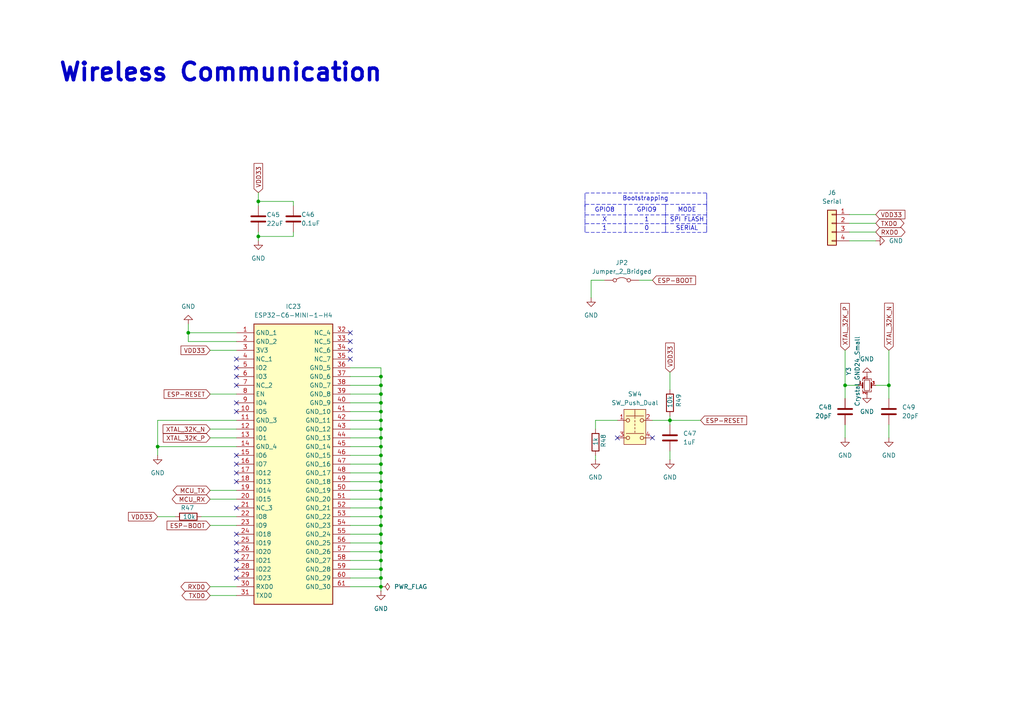
<source format=kicad_sch>
(kicad_sch (version 20231120) (generator "eeschema") (generator_version "8.0")
  (paper "A4")
  (lib_symbols
    (symbol "Connector_Generic:Conn_01x04" (pin_names (offset 1.016) hide)
      (property "Reference" "J" (at 0 5.08 0))
      (property "Value" "Conn_01x04" (at 0 -7.62 0))
      (symbol "Conn_01x04_1_1"
        (rectangle (start -1.27 -4.953) (end 0 -5.207) (stroke (width 0.1524)))
        (rectangle (start -1.27 -2.413) (end 0 -2.667) (stroke (width 0.1524)))
        (rectangle (start -1.27 0.127) (end 0 -0.127) (stroke (width 0.1524)))
        (rectangle (start -1.27 2.667) (end 0 2.413) (stroke (width 0.1524)))
        (rectangle (start -1.27 3.81) (end 1.27 -6.35) (stroke (width 0.254)) (fill (type background)))
        (pin passive line (at -5.08 2.54 0) (length 3.81) (name "Pin_1") (number "1"))
        (pin passive line (at -5.08 0 0) (length 3.81) (name "Pin_2") (number "2"))
        (pin passive line (at -5.08 -2.54 0) (length 3.81) (name "Pin_3") (number "3"))
        (pin passive line (at -5.08 -5.08 0) (length 3.81) (name "Pin_4") (number "4"))
      )
    )
    (symbol "Device:C" (pin_numbers hide) (pin_names (offset 0.254))
      (property "Reference" "C" (at 0.635 2.54 0))
      (property "Value" "C" (at 0.635 -2.54 0))
      (symbol "C_0_1"
        (polyline (pts (xy -2.032 -0.762) (xy 2.032 -0.762)) (stroke (width 0.508)))
        (polyline (pts (xy -2.032 0.762) (xy 2.032 0.762)) (stroke (width 0.508)))
      )
      (symbol "C_1_1"
        (pin passive line (at 0 3.81 270) (length 2.794) (name "~") (number "1"))
        (pin passive line (at 0 -3.81 90) (length 2.794) (name "~") (number "2"))
      )
    )
    (symbol "Device:Crystal_GND24_Small" (pin_names (offset 1.016) hide)
      (property "Reference" "Y" (at 1.27 4.445 0))
      (property "Value" "Crystal_GND24_Small" (at 1.27 2.54 0))
      (symbol "Crystal_GND24_Small_0_1"
        (rectangle (start -0.762 -1.524) (end 0.762 1.524))
        (polyline (pts (xy -1.27 -0.762) (xy -1.27 0.762)) (stroke (width 0.381)))
        (polyline (pts (xy 1.27 -0.762) (xy 1.27 0.762)) (stroke (width 0.381)))
        (polyline (pts (xy -1.27 -1.27) (xy -1.27 -1.905) (xy 1.27 -1.905) (xy 1.27 -1.27)))
        (polyline (pts (xy -1.27 1.27) (xy -1.27 1.905) (xy 1.27 1.905) (xy 1.27 1.27)))
      )
      (symbol "Crystal_GND24_Small_1_1"
        (pin passive line (at -2.54 0 0) (length 1.27) (name "1") (number "1"))
        (pin passive line (at 0 -2.54 90) (length 0.635) (name "2") (number "2"))
        (pin passive line (at 2.54 0 180) (length 1.27) (name "3") (number "3"))
        (pin passive line (at 0 2.54 270) (length 0.635) (name "4") (number "4"))
      )
    )
    (symbol "Device:R" (pin_numbers hide) (pin_names (offset 0))
      (property "Reference" "R" (at 2.032 0 90))
      (property "Value" "R" (at 0 0 90))
      (symbol "R_0_1"
        (rectangle (start -1.016 -2.54) (end 1.016 2.54) (stroke (width 0.254)))
      )
      (symbol "R_1_1"
        (pin passive line (at 0 3.81 270) (length 1.27) (name "~") (number "1"))
        (pin passive line (at 0 -3.81 90) (length 1.27) (name "~") (number "2"))
      )
    )
    (symbol "ESP32-C6-MINI-1-H4:ESP32-C6-MINI-1-H4"
      (property "Reference" "IC" (at 29.21 7.62 0))
      (property "Value" "ESP32-C6-MINI-1-H4" (at 29.21 5.08 0))
      (symbol "ESP32-C6-MINI-1-H4_1_1"
        (rectangle (start 5.08 2.54) (end 27.94 -78.74) (stroke (width 0.254)) (fill (type background)))
        (pin passive line (at 0 0 0) (length 5.08) (name "GND_1") (number "1"))
        (pin passive line (at 0 -22.86 0) (length 5.08) (name "IO5") (number "10"))
        (pin passive line (at 0 -25.4 0) (length 5.08) (name "GND_3") (number "11"))
        (pin passive line (at 0 -27.94 0) (length 5.08) (name "IO0") (number "12"))
        (pin passive line (at 0 -30.48 0) (length 5.08) (name "IO1") (number "13"))
        (pin passive line (at 0 -33.02 0) (length 5.08) (name "GND_4") (number "14"))
        (pin passive line (at 0 -35.56 0) (length 5.08) (name "IO6") (number "15"))
        (pin passive line (at 0 -38.1 0) (length 5.08) (name "IO7") (number "16"))
        (pin passive line (at 0 -40.64 0) (length 5.08) (name "IO12") (number "17"))
        (pin passive line (at 0 -43.18 0) (length 5.08) (name "IO13") (number "18"))
        (pin passive line (at 0 -45.72 0) (length 5.08) (name "IO14") (number "19"))
        (pin passive line (at 0 -2.54 0) (length 5.08) (name "GND_2") (number "2"))
        (pin passive line (at 0 -48.26 0) (length 5.08) (name "IO15") (number "20"))
        (pin passive line (at 0 -50.8 0) (length 5.08) (name "NC_3") (number "21"))
        (pin passive line (at 0 -53.34 0) (length 5.08) (name "IO8") (number "22"))
        (pin passive line (at 0 -55.88 0) (length 5.08) (name "IO9") (number "23"))
        (pin passive line (at 0 -58.42 0) (length 5.08) (name "IO18") (number "24"))
        (pin passive line (at 0 -60.96 0) (length 5.08) (name "IO19") (number "25"))
        (pin passive line (at 0 -63.5 0) (length 5.08) (name "IO20") (number "26"))
        (pin passive line (at 0 -66.04 0) (length 5.08) (name "IO21") (number "27"))
        (pin passive line (at 0 -68.58 0) (length 5.08) (name "IO22") (number "28"))
        (pin passive line (at 0 -71.12 0) (length 5.08) (name "IO23") (number "29"))
        (pin passive line (at 0 -5.08 0) (length 5.08) (name "3V3") (number "3"))
        (pin passive line (at 0 -73.66 0) (length 5.08) (name "RXD0") (number "30"))
        (pin passive line (at 0 -76.2 0) (length 5.08) (name "TXD0") (number "31"))
        (pin passive line (at 33.02 0 180) (length 5.08) (name "NC_4") (number "32"))
        (pin passive line (at 33.02 -2.54 180) (length 5.08) (name "NC_5") (number "33"))
        (pin passive line (at 33.02 -5.08 180) (length 5.08) (name "NC_6") (number "34"))
        (pin passive line (at 33.02 -7.62 180) (length 5.08) (name "NC_7") (number "35"))
        (pin passive line (at 33.02 -10.16 180) (length 5.08) (name "GND_5") (number "36"))
        (pin passive line (at 33.02 -12.7 180) (length 5.08) (name "GND_6") (number "37"))
        (pin passive line (at 33.02 -15.24 180) (length 5.08) (name "GND_7") (number "38"))
        (pin passive line (at 33.02 -17.78 180) (length 5.08) (name "GND_8") (number "39"))
        (pin passive line (at 0 -7.62 0) (length 5.08) (name "NC_1") (number "4"))
        (pin passive line (at 33.02 -20.32 180) (length 5.08) (name "GND_9") (number "40"))
        (pin passive line (at 33.02 -22.86 180) (length 5.08) (name "GND_10") (number "41"))
        (pin passive line (at 33.02 -25.4 180) (length 5.08) (name "GND_11") (number "42"))
        (pin passive line (at 33.02 -27.94 180) (length 5.08) (name "GND_12") (number "43"))
        (pin passive line (at 33.02 -30.48 180) (length 5.08) (name "GND_13") (number "44"))
        (pin passive line (at 33.02 -33.02 180) (length 5.08) (name "GND_14") (number "45"))
        (pin passive line (at 33.02 -35.56 180) (length 5.08) (name "GND_15") (number "46"))
        (pin passive line (at 33.02 -38.1 180) (length 5.08) (name "GND_16") (number "47"))
        (pin passive line (at 33.02 -40.64 180) (length 5.08) (name "GND_17") (number "48"))
        (pin passive line (at 33.02 -43.18 180) (length 5.08) (name "GND_18") (number "49"))
        (pin passive line (at 0 -10.16 0) (length 5.08) (name "IO2") (number "5"))
        (pin passive line (at 33.02 -45.72 180) (length 5.08) (name "GND_19") (number "50"))
        (pin passive line (at 33.02 -48.26 180) (length 5.08) (name "GND_20") (number "51"))
        (pin passive line (at 33.02 -50.8 180) (length 5.08) (name "GND_21") (number "52"))
        (pin passive line (at 33.02 -53.34 180) (length 5.08) (name "GND_22") (number "53"))
        (pin passive line (at 33.02 -55.88 180) (length 5.08) (name "GND_23") (number "54"))
        (pin passive line (at 33.02 -58.42 180) (length 5.08) (name "GND_24") (number "55"))
        (pin passive line (at 33.02 -60.96 180) (length 5.08) (name "GND_25") (number "56"))
        (pin passive line (at 33.02 -63.5 180) (length 5.08) (name "GND_26") (number "57"))
        (pin passive line (at 33.02 -66.04 180) (length 5.08) (name "GND_27") (number "58"))
        (pin passive line (at 33.02 -68.58 180) (length 5.08) (name "GND_28") (number "59"))
        (pin passive line (at 0 -12.7 0) (length 5.08) (name "IO3") (number "6"))
        (pin passive line (at 33.02 -71.12 180) (length 5.08) (name "GND_29") (number "60"))
        (pin passive line (at 33.02 -73.66 180) (length 5.08) (name "GND_30") (number "61"))
        (pin passive line (at 0 -15.24 0) (length 5.08) (name "NC_2") (number "7"))
        (pin passive line (at 0 -17.78 0) (length 5.08) (name "EN") (number "8"))
        (pin passive line (at 0 -20.32 0) (length 5.08) (name "IO4") (number "9"))
      )
    )
    (symbol "Jumper:Jumper_2_Bridged" (pin_numbers hide) (pin_names (offset 0) hide) (exclude_from_sim yes)
      (property "Reference" "JP" (at 0 1.905 0))
      (property "Value" "Jumper_2_Bridged" (at 0 -2.54 0))
      (symbol "Jumper_2_Bridged_0_0"
        (circle (center -2.032 0) (radius 0.508))
        (circle (center 2.032 0) (radius 0.508))
      )
      (symbol "Jumper_2_Bridged_0_1"
        (arc (start 1.524 0.254) (mid 0 0.762) (end -1.524 0.254))
      )
      (symbol "Jumper_2_Bridged_1_1"
        (pin passive line (at -5.08 0 0) (length 2.54) (name "A") (number "1"))
        (pin passive line (at 5.08 0 180) (length 2.54) (name "B") (number "2"))
      )
    )
    (symbol "Switch:SW_Push_Dual" (pin_names (offset 1.016) hide)
      (property "Reference" "SW" (at 0 7.62 0))
      (property "Value" "SW_Push_Dual" (at 0 -6.35 0))
      (symbol "SW_Push_Dual_0_1"
        (circle (center -2.032 -2.54) (radius 0.508))
        (circle (center -2.032 2.54) (radius 0.508))
        (polyline (pts (xy 0 -0.508) (xy 0 -1.016)))
        (polyline (pts (xy 0 0.508) (xy 0 0)))
        (polyline (pts (xy 0 1.016) (xy 0 1.524)))
        (polyline (pts (xy 0 2.032) (xy 0 2.54)))
        (polyline (pts (xy 0 3.048) (xy 0 3.556)))
        (polyline (pts (xy 0 3.81) (xy 0 5.588)))
        (polyline (pts (xy 2.54 -1.27) (xy -2.54 -1.27)))
        (polyline (pts (xy 2.54 3.81) (xy -2.54 3.81)))
        (circle (center 2.032 -2.54) (radius 0.508))
        (circle (center 2.032 2.54) (radius 0.508))
        (pin passive line (at -5.08 2.54 0) (length 2.54) (name "1") (number "1"))
        (pin passive line (at 5.08 2.54 180) (length 2.54) (name "2") (number "2"))
        (pin passive line (at -5.08 -2.54 0) (length 2.54) (name "3") (number "3"))
        (pin passive line (at 5.08 -2.54 180) (length 2.54) (name "4") (number "4"))
      )
      (symbol "SW_Push_Dual_1_1"
        (rectangle (start -3.175 5.715) (end 3.175 -4.445) (fill (type background)))
      )
    )
    (symbol "power:GND" (power) (pin_numbers hide) (pin_names (offset 0) hide)
      (property "Value" "GND" (at 0 -3.81 0))
      (symbol "GND_0_1"
        (polyline (pts (xy 0 0) (xy 0 -1.27) (xy 1.27 -1.27) (xy 0 -2.54) (xy -1.27 -1.27) (xy 0 -1.27)))
      )
      (symbol "GND_1_1"
        (pin power_in line (at 0 0 270) (length 0) (name "~") (number "1"))
      )
    )
    (symbol "power:PWR_FLAG" (power) (pin_numbers hide) (pin_names (offset 0) hide)
      (property "Value" "PWR_FLAG" (at 0 3.81 0))
      (symbol "PWR_FLAG_0_0"
        (pin power_out line (at 0 0 90) (length 0) (name "~") (number "1"))
      )
      (symbol "PWR_FLAG_0_1"
        (polyline (pts (xy 0 0) (xy 0 1.27) (xy -1.016 1.905) (xy 0 2.54) (xy 1.016 1.905) (xy 0 1.27)))
      )
    )
  )
  (junction (at 110.49 137.16))
  (junction (at 110.49 144.78))
  (junction (at 110.49 109.22))
  (junction (at 110.49 157.48))
  (junction (at 110.49 127))
  (junction (at 110.49 134.62))
  (junction (at 194.31 121.92))
  (junction (at 110.49 124.46))
  (junction (at 110.49 154.94))
  (junction (at 257.81 111.76))
  (junction (at 110.49 114.3))
  (junction (at 110.49 152.4))
  (junction (at 74.93 58.42))
  (junction (at 110.49 149.86))
  (junction (at 110.49 139.7))
  (junction (at 54.61 96.52))
  (junction (at 110.49 147.32))
  (junction (at 110.49 170.18))
  (junction (at 110.49 160.02))
  (junction (at 110.49 165.1))
  (junction (at 74.93 68.58))
  (junction (at 110.49 142.24))
  (junction (at 110.49 162.56))
  (junction (at 110.49 116.84))
  (junction (at 45.72 129.54))
  (junction (at 110.49 111.76))
  (junction (at 245.11 111.76))
  (junction (at 110.49 121.92))
  (junction (at 110.49 167.64))
  (junction (at 110.49 132.08))
  (junction (at 110.49 119.38))
  (junction (at 110.49 129.54))
  (no_connect (at 68.58 106.68))
  (no_connect (at 68.58 109.22))
  (no_connect (at 68.58 116.84))
  (no_connect (at 101.6 96.52))
  (no_connect (at 68.58 147.32))
  (no_connect (at 68.58 134.62))
  (no_connect (at 101.6 99.06))
  (no_connect (at 68.58 165.1))
  (no_connect (at 68.58 162.56))
  (no_connect (at 101.6 104.14))
  (no_connect (at 68.58 154.94))
  (no_connect (at 68.58 157.48))
  (no_connect (at 68.58 132.08))
  (no_connect (at 179.07 127))
  (no_connect (at 68.58 104.14))
  (no_connect (at 68.58 167.64))
  (no_connect (at 189.23 127))
  (no_connect (at 68.58 119.38))
  (no_connect (at 68.58 137.16))
  (no_connect (at 68.58 139.7))
  (no_connect (at 68.58 160.02))
  (no_connect (at 101.6 101.6))
  (no_connect (at 68.58 111.76))
  (wire (pts (xy 189.23 121.92) (xy 194.31 121.92)))
  (wire (pts (xy 257.81 123.19) (xy 257.81 127)))
  (wire (pts (xy 110.49 149.86) (xy 110.49 152.4)))
  (wire (pts (xy 194.31 121.92) (xy 203.2 121.92)))
  (wire (pts (xy 45.72 149.86) (xy 50.8 149.86)))
  (wire (pts (xy 74.93 67.31) (xy 74.93 68.58)))
  (wire (pts (xy 245.11 101.6) (xy 245.11 111.76)))
  (wire (pts (xy 101.6 119.38) (xy 110.49 119.38)))
  (wire (pts (xy 85.09 59.69) (xy 85.09 58.42)))
  (wire (pts (xy 45.72 129.54) (xy 68.58 129.54)))
  (wire (pts (xy 110.49 129.54) (xy 110.49 132.08)))
  (wire (pts (xy 54.61 93.98) (xy 54.61 96.52)))
  (wire (pts (xy 171.45 81.28) (xy 175.26 81.28)))
  (wire (pts (xy 101.6 114.3) (xy 110.49 114.3)))
  (wire (pts (xy 110.49 134.62) (xy 110.49 137.16)))
  (wire (pts (xy 101.6 132.08) (xy 110.49 132.08)))
  (wire (pts (xy 45.72 132.08) (xy 45.72 129.54)))
  (wire (pts (xy 60.96 101.6) (xy 68.58 101.6)))
  (wire (pts (xy 194.31 121.92) (xy 194.31 123.19)))
  (wire (pts (xy 110.49 144.78) (xy 110.49 147.32)))
  (wire (pts (xy 101.6 152.4) (xy 110.49 152.4)))
  (wire (pts (xy 101.6 111.76) (xy 110.49 111.76)))
  (wire (pts (xy 68.58 96.52) (xy 54.61 96.52)))
  (wire (pts (xy 245.11 115.57) (xy 245.11 111.76)))
  (wire (pts (xy 60.96 152.4) (xy 68.58 152.4)))
  (wire (pts (xy 60.96 172.72) (xy 68.58 172.72)))
  (wire (pts (xy 110.49 116.84) (xy 110.49 119.38)))
  (wire (pts (xy 110.49 111.76) (xy 110.49 114.3)))
  (wire (pts (xy 246.38 62.23) (xy 254 62.23)))
  (wire (pts (xy 110.49 142.24) (xy 110.49 144.78)))
  (wire (pts (xy 101.6 157.48) (xy 110.49 157.48)))
  (wire (pts (xy 245.11 123.19) (xy 245.11 127)))
  (wire (pts (xy 85.09 67.31) (xy 85.09 68.58)))
  (wire (pts (xy 257.81 115.57) (xy 257.81 111.76)))
  (wire (pts (xy 110.49 106.68) (xy 110.49 109.22)))
  (wire (pts (xy 101.6 160.02) (xy 110.49 160.02)))
  (wire (pts (xy 110.49 119.38) (xy 110.49 121.92)))
  (wire (pts (xy 172.72 121.92) (xy 179.07 121.92)))
  (wire (pts (xy 68.58 99.06) (xy 54.61 99.06)))
  (wire (pts (xy 245.11 111.76) (xy 248.92 111.76)))
  (wire (pts (xy 110.49 160.02) (xy 110.49 162.56)))
  (wire (pts (xy 60.96 124.46) (xy 68.58 124.46)))
  (wire (pts (xy 110.49 114.3) (xy 110.49 116.84)))
  (wire (pts (xy 254 69.85) (xy 246.38 69.85)))
  (wire (pts (xy 101.6 124.46) (xy 110.49 124.46)))
  (wire (pts (xy 171.45 86.36) (xy 171.45 81.28)))
  (wire (pts (xy 194.31 120.65) (xy 194.31 121.92)))
  (wire (pts (xy 257.81 101.6) (xy 257.81 111.76)))
  (wire (pts (xy 110.49 127) (xy 110.49 129.54)))
  (wire (pts (xy 101.6 109.22) (xy 110.49 109.22)))
  (wire (pts (xy 110.49 137.16) (xy 110.49 139.7)))
  (wire (pts (xy 60.96 127) (xy 68.58 127)))
  (wire (pts (xy 185.42 81.28) (xy 189.23 81.28)))
  (wire (pts (xy 85.09 58.42) (xy 74.93 58.42)))
  (wire (pts (xy 101.6 144.78) (xy 110.49 144.78)))
  (wire (pts (xy 110.49 121.92) (xy 110.49 124.46)))
  (wire (pts (xy 101.6 142.24) (xy 110.49 142.24)))
  (wire (pts (xy 74.93 58.42) (xy 74.93 59.69)))
  (wire (pts (xy 110.49 162.56) (xy 110.49 165.1)))
  (wire (pts (xy 194.31 107.95) (xy 194.31 113.03)))
  (wire (pts (xy 101.6 129.54) (xy 110.49 129.54)))
  (wire (pts (xy 101.6 162.56) (xy 110.49 162.56)))
  (wire (pts (xy 110.49 139.7) (xy 110.49 142.24)))
  (wire (pts (xy 60.96 170.18) (xy 68.58 170.18)))
  (wire (pts (xy 110.49 124.46) (xy 110.49 127)))
  (wire (pts (xy 194.31 130.81) (xy 194.31 133.35)))
  (wire (pts (xy 101.6 139.7) (xy 110.49 139.7)))
  (wire (pts (xy 54.61 96.52) (xy 54.61 99.06)))
  (wire (pts (xy 45.72 121.92) (xy 45.72 129.54)))
  (wire (pts (xy 254 111.76) (xy 257.81 111.76)))
  (wire (pts (xy 60.96 142.24) (xy 68.58 142.24)))
  (wire (pts (xy 101.6 106.68) (xy 110.49 106.68)))
  (wire (pts (xy 101.6 170.18) (xy 110.49 170.18)))
  (wire (pts (xy 60.96 114.3) (xy 68.58 114.3)))
  (wire (pts (xy 101.6 134.62) (xy 110.49 134.62)))
  (wire (pts (xy 246.38 67.31) (xy 254 67.31)))
  (wire (pts (xy 172.72 132.08) (xy 172.72 133.35)))
  (wire (pts (xy 110.49 109.22) (xy 110.49 111.76)))
  (wire (pts (xy 101.6 116.84) (xy 110.49 116.84)))
  (wire (pts (xy 85.09 68.58) (xy 74.93 68.58)))
  (wire (pts (xy 110.49 171.45) (xy 110.49 170.18)))
  (wire (pts (xy 101.6 154.94) (xy 110.49 154.94)))
  (wire (pts (xy 101.6 127) (xy 110.49 127)))
  (wire (pts (xy 74.93 68.58) (xy 74.93 69.85)))
  (wire (pts (xy 110.49 147.32) (xy 110.49 149.86)))
  (wire (pts (xy 60.96 144.78) (xy 68.58 144.78)))
  (wire (pts (xy 246.38 64.77) (xy 254 64.77)))
  (wire (pts (xy 101.6 149.86) (xy 110.49 149.86)))
  (wire (pts (xy 110.49 132.08) (xy 110.49 134.62)))
  (wire (pts (xy 74.93 55.88) (xy 74.93 58.42)))
  (wire (pts (xy 110.49 167.64) (xy 110.49 170.18)))
  (wire (pts (xy 101.6 167.64) (xy 110.49 167.64)))
  (wire (pts (xy 101.6 137.16) (xy 110.49 137.16)))
  (wire (pts (xy 172.72 124.46) (xy 172.72 121.92)))
  (wire (pts (xy 110.49 157.48) (xy 110.49 160.02)))
  (wire (pts (xy 101.6 165.1) (xy 110.49 165.1)))
  (wire (pts (xy 110.49 165.1) (xy 110.49 167.64)))
  (wire (pts (xy 101.6 147.32) (xy 110.49 147.32)))
  (wire (pts (xy 68.58 121.92) (xy 45.72 121.92)))
  (wire (pts (xy 58.42 149.86) (xy 68.58 149.86)))
  (wire (pts (xy 110.49 154.94) (xy 110.49 157.48)))
  (wire (pts (xy 101.6 121.92) (xy 110.49 121.92)))
  (wire (pts (xy 110.49 152.4) (xy 110.49 154.94)))
  (text "\n\n     1          \n     " (at 189.992 62.738 0) (effects (font (size 1.27 1.27))))
  (text "--------\n" (at 198.882 67.564 0) (effects (font (size 1.27 1.27))))
  (text "\n|\n|\n|\n|" (at 193.04 62.484 0) (effects (font (size 1.27 1.27))))
  (text "\n\n     MODE          \n     " (at 201.676 59.944 0) (effects (font (size 1.27 1.27))))
  (text "--------\n" (at 198.882 59.436 0) (effects (font (size 1.27 1.27))))
  (text "\n\n     SERIAL          \n     " (at 201.676 65.278 0) (effects (font (size 1.27 1.27))))
  (text "\n|\n|\n|\n|" (at 181.356 62.484 0) (effects (font (size 1.27 1.27))))
  (text "---------------\n" (at 181.356 56.134 0) (effects (font (size 1.27 1.27))))
  (text "\n\n     0          \n     " (at 189.992 65.278 0) (effects (font (size 1.27 1.27))))
  (text "Wireless Communication\n" (at 64.008 21.082 0) (effects (font (size 5.08 5.08) (thickness 1.016) (bold yes))))
  (text "\n|\n|\n|\n|" (at 204.978 62.484 0) (effects (font (size 1.27 1.27))))
  (text "\n\n     X          \n     " (at 177.8 62.738 0) (effects (font (size 1.27 1.27))))
  (text "\n|\n|" (at 204.978 57.15 0) (effects (font (size 1.27 1.27))))
  (text "--------\n" (at 198.882 65.024 0) (effects (font (size 1.27 1.27))))
  (text "\n\n     GPIO8          \n     " (at 177.8 59.944 0) (effects (font (size 1.27 1.27))))
  (text "---------------\n" (at 181.356 62.484 0) (effects (font (size 1.27 1.27))))
  (text "\n\n     GPIO9          \n     " (at 189.992 59.944 0) (effects (font (size 1.27 1.27))))
  (text "\n\n     1          \n     " (at 177.8 65.278 0) (effects (font (size 1.27 1.27))))
  (text "--------\n" (at 198.882 56.134 0) (effects (font (size 1.27 1.27))))
  (text "Bootstrapping" (at 187.198 57.658 0) (effects (font (size 1.27 1.27))))
  (text "---------------\n" (at 181.356 65.024 0) (effects (font (size 1.27 1.27))))
  (text "---------------\n" (at 181.356 59.436 0) (effects (font (size 1.27 1.27))))
  (text "\n|\n|" (at 169.672 57.15 0) (effects (font (size 1.27 1.27))))
  (text "\n|\n|\n|\n|" (at 169.672 62.484 0) (effects (font (size 1.27 1.27))))
  (text "---------------\n" (at 181.356 67.564 0) (effects (font (size 1.27 1.27))))
  (text "--------\n" (at 198.882 62.484 0) (effects (font (size 1.27 1.27))))
  (text "\n\n     SPI FLASH          \n     " (at 201.676 62.738 0) (effects (font (size 1.27 1.27))))
  (global_label "VDD33" (shape input) (at 45.72 149.86 180) (property "Intersheetrefs" "${INTERSHEET_REFS}" (effects (hide yes))))
  (global_label "VDD33" (shape input) (at 74.93 55.88 90) (property "Intersheetrefs" "${INTERSHEET_REFS}" (effects (hide yes))))
  (global_label "TXD0" (shape bidirectional) (at 254 64.77 0) (property "Intersheetrefs" "${INTERSHEET_REFS}" (effects (hide yes))))
  (global_label "TXD0" (shape bidirectional) (at 60.96 172.72 180) (property "Intersheetrefs" "${INTERSHEET_REFS}" (effects (hide yes))))
  (global_label "XTAL_32K_N" (shape input) (at 257.81 101.6 90) (property "Intersheetrefs" "${INTERSHEET_REFS}" (effects (hide yes))))
  (global_label "XTAL_32K_P" (shape input) (at 245.11 101.6 90) (property "Intersheetrefs" "${INTERSHEET_REFS}" (effects (hide yes))))
  (global_label "VDD33" (shape input) (at 194.31 107.95 90) (property "Intersheetrefs" "${INTERSHEET_REFS}" (effects (hide yes))))
  (global_label "RXD0" (shape bidirectional) (at 60.96 170.18 180) (property "Intersheetrefs" "${INTERSHEET_REFS}" (effects (hide yes))))
  (global_label "XTAL_32K_N" (shape input) (at 60.96 124.46 180) (property "Intersheetrefs" "${INTERSHEET_REFS}" (effects (hide yes))))
  (global_label "MCU_TX" (shape bidirectional) (at 60.96 142.24 180) (property "Intersheetrefs" "${INTERSHEET_REFS}" (effects (hide yes))))
  (global_label "RXD0" (shape bidirectional) (at 254 67.31 0) (property "Intersheetrefs" "${INTERSHEET_REFS}" (effects (hide yes))))
  (global_label "VDD33" (shape input) (at 254 62.23 0) (property "Intersheetrefs" "${INTERSHEET_REFS}" (effects (hide yes))))
  (global_label "XTAL_32K_P" (shape input) (at 60.96 127 180) (property "Intersheetrefs" "${INTERSHEET_REFS}" (effects (hide yes))))
  (global_label "ESP-RESET" (shape input) (at 60.96 114.3 180) (property "Intersheetrefs" "${INTERSHEET_REFS}" (effects (hide yes))))
  (global_label "ESP-RESET" (shape input) (at 203.2 121.92 0) (property "Intersheetrefs" "${INTERSHEET_REFS}" (effects (hide yes))))
  (global_label "ESP-BOOT" (shape input) (at 189.23 81.28 0) (property "Intersheetrefs" "${INTERSHEET_REFS}" (effects (hide yes))))
  (global_label "MCU_RX" (shape bidirectional) (at 60.96 144.78 180) (property "Intersheetrefs" "${INTERSHEET_REFS}" (effects (hide yes))))
  (global_label "VDD33" (shape input) (at 60.96 101.6 180) (property "Intersheetrefs" "${INTERSHEET_REFS}" (effects (hide yes))))
  (global_label "ESP-BOOT" (shape input) (at 60.96 152.4 180) (property "Intersheetrefs" "${INTERSHEET_REFS}" (effects (hide yes))))
  (symbol (lib_id "Device:C") (at 257.81 119.38 0) (unit 1) (exclude_from_sim yes) (in_bom no) (on_board no)
    (property "Reference" "C49" (at 261.62 118.1099 0) (effects (justify left)))
    (property "Value" "20pF" (at 261.62 120.6499 0) (effects (justify left)))
    (property "Footprint" "Capacitor_SMD:C_0402_1005Metric" (effects (hide yes)))
    (property "Description" "Unpolarized capacitor" (effects (hide yes)))
    (property "Mouser Part Number" "77-VJ0402D200FXCAJ" (effects (hide yes)))
  )
  (symbol (lib_id "Device:R") (at 54.61 149.86 90) (unit 1) (exclude_from_sim yes) (in_bom no) (on_board no)
    (property "Reference" "R47" (at 54.356 147.32 90))
    (property "Value" "10k" (at 54.864 149.86 90))
    (property "Footprint" "Resistor_SMD:R_0402_1005Metric" (effects (hide yes)))
    (property "Description" "Resistor" (effects (hide yes)))
  )
  (symbol (lib_id "power:GND") (at 257.81 127 0) (unit 1)
    (property "Reference" "#PWR78" (effects (hide yes)))
    (property "Value" "GND" (at 257.81 132.08 0))
    (property "Description" "Power symbol creates a global label with name \"GND\" , ground" (effects (hide yes)))
  )
  (symbol (lib_id "Device:R") (at 172.72 128.27 0) (unit 1) (exclude_from_sim yes) (in_bom no) (on_board no)
    (property "Reference" "R48" (at 175.006 129.794 90) (effects (justify left)))
    (property "Value" "1k" (at 172.72 129.286 90) (effects (justify left)))
    (property "Footprint" "Resistor_SMD:R_0402_1005Metric" (effects (hide yes)))
    (property "Description" "Resistor" (effects (hide yes)))
  )
  (symbol (lib_id "power:GND") (at 74.93 69.85 0) (unit 1)
    (property "Reference" "#PWR35" (effects (hide yes)))
    (property "Value" "GND" (at 74.93 74.93 0))
    (property "Description" "Power symbol creates a global label with name \"GND\" , ground" (effects (hide yes)))
  )
  (symbol (lib_id "Device:C") (at 245.11 119.38 0) (mirror y) (unit 1) (exclude_from_sim yes) (in_bom no) (on_board no)
    (property "Reference" "C48" (at 241.3 118.1099 0) (effects (justify left)))
    (property "Value" "20pF" (at 241.3 120.6499 0) (effects (justify left)))
    (property "Footprint" "Capacitor_SMD:C_0402_1005Metric" (effects (hide yes)))
    (property "Description" "Unpolarized capacitor" (effects (hide yes)))
    (property "Mouser Part Number" "77-VJ0402D200FXCAJ" (effects (hide yes)))
  )
  (symbol (lib_id "Connector_Generic:Conn_01x04") (at 241.3 64.77 0) (mirror y) (unit 1) (exclude_from_sim yes) (in_bom no) (on_board no)
    (property "Reference" "J6" (at 241.3 55.88 0))
    (property "Value" "Serial" (at 241.3 58.42 0))
    (property "Footprint" "Connector_PinHeader_2.54mm:PinHeader_1x04_P2.54mm_Vertical" (effects (hide yes)))
    (property "Description" "Generic connector, single row, 01x04, script generated (kicad-library-utils/schlib/autogen/connector/)" (effects (hide yes)))
  )
  (symbol (lib_id "power:PWR_FLAG") (at 110.49 170.18 270) (unit 1)
    (property "Reference" "#FLG6" (effects (hide yes)))
    (property "Value" "PWR_FLAG" (at 114.3 170.1799 90) (effects (justify left)))
    (property "Description" "Special symbol for telling ERC where power comes from" (effects (hide yes)))
  )
  (symbol (lib_id "Switch:SW_Push_Dual") (at 184.15 124.46 0) (unit 1) (exclude_from_sim yes) (in_bom no) (on_board no)
    (property "Reference" "SW4" (at 184.15 114.3 0))
    (property "Value" "SW_Push_Dual" (at 184.15 116.84 0))
    (property "Footprint" "tactile_button:TL1030AF160BQJ" (effects (hide yes)))
    (property "Description" "Push button switch, generic, symbol, four pins" (effects (hide yes)))
  )
  (symbol (lib_id "power:GND") (at 245.11 127 0) (unit 1)
    (property "Reference" "#PWR74" (effects (hide yes)))
    (property "Value" "GND" (at 245.11 132.08 0))
    (property "Description" "Power symbol creates a global label with name \"GND\" , ground" (effects (hide yes)))
  )
  (symbol (lib_id "ESP32-C6-MINI-1-H4:ESP32-C6-MINI-1-H4") (at 68.58 96.52 0) (unit 1) (exclude_from_sim yes) (in_bom no) (on_board no)
    (property "Reference" "IC23" (at 85.09 88.9 0))
    (property "Value" "ESP32-C6-MINI-1-H4" (at 85.09 91.44 0))
    (property "Footprint" "esp32c6:ESP32C6MINI1H4" (effects (hide yes)))
    (property "Datasheet" "https://www.espressif.com/sites/default/files/documentation/esp32-c6-mini-1_mini-1u_datasheet_en.pdf" (effects (hide yes)))
    (property "Description" "Multiprotocol Modules ESP32-C6 Module, supports Wi-Fi 6 in 2.4 GHz band, Bluetooth 5, Zigbee 3.0 and Thread - -40 to 85C" (effects (hide yes)))
    (property "Height" "2.55" (effects (hide yes)))
    (property "Mouser Part Number" "356-ESP32C6MINI1-H4" (effects (hide yes)))
    (property "Mouser Price/Stock" "https://www.mouser.co.uk/ProductDetail/Espressif-Systems/ESP32-C6-MINI-1-H4?qs=Jm2GQyTW%2Fbgg5ClQiAJNHw%3D%3D" (effects (hide yes)))
    (property "Manufacturer_Name" "Espressif Systems" (effects (hide yes)))
    (property "Manufacturer_Part_Number" "ESP32-C6-MINI-1-H4" (effects (hide yes)))
  )
  (symbol (lib_id "Device:C") (at 74.93 63.5 0) (unit 1) (exclude_from_sim yes) (in_bom no) (on_board no)
    (property "Reference" "C45" (at 77.3096 62.2901 0) (effects (justify left)))
    (property "Value" "22uF" (at 77.3096 64.8301 0) (effects (justify left)))
    (property "Footprint" "Capacitor_SMD:C_0402_1005Metric" (effects (hide yes)))
    (property "Description" "Unpolarized capacitor" (effects (hide yes)))
  )
  (symbol (lib_id "Jumper:Jumper_2_Bridged") (at 180.34 81.28 0) (unit 1) (exclude_from_sim yes) (in_bom no) (on_board no)
    (property "Reference" "JP2" (at 180.34 76.2 0))
    (property "Value" "Jumper_2_Bridged" (at 180.34 78.74 0))
    (property "Footprint" "Jumper:SolderJumper-2_P1.3mm_Open_Pad1.0x1.5mm" (effects (hide yes)))
    (property "Description" "Jumper, 2-pole, closed/bridged" (effects (hide yes)))
  )
  (symbol (lib_id "power:GND") (at 110.49 171.45 0) (unit 1)
    (property "Reference" "#PWR81" (effects (hide yes)))
    (property "Value" "GND" (at 110.49 176.53 0))
    (property "Description" "Power symbol creates a global label with name \"GND\" , ground" (effects (hide yes)))
  )
  (symbol (lib_id "Device:Crystal_GND24_Small") (at 251.46 111.76 0) (unit 1) (exclude_from_sim yes) (in_bom no) (on_board no)
    (property "Reference" "Y3" (at 246.126 107.696 90))
    (property "Value" "Crystal_GND24_Small" (at 248.666 107.696 90))
    (property "Footprint" "crystal30M:830107284409" (effects (hide yes)))
    (property "Description" "Four pin crystal, GND on pins 2 and 4, small symbol" (effects (hide yes)))
  )
  (symbol (lib_id "power:GND") (at 45.72 132.08 0) (unit 1)
    (property "Reference" "#PWR79" (effects (hide yes)))
    (property "Value" "GND" (at 45.72 137.16 0))
    (property "Description" "Power symbol creates a global label with name \"GND\" , ground" (effects (hide yes)))
  )
  (symbol (lib_id "power:GND") (at 171.45 86.36 0) (unit 1)
    (property "Reference" "#PWR30" (effects (hide yes)))
    (property "Value" "GND" (at 171.45 91.44 0))
    (property "Description" "Power symbol creates a global label with name \"GND\" , ground" (effects (hide yes)))
  )
  (symbol (lib_id "power:GND") (at 251.46 114.3 0) (unit 1)
    (property "Reference" "#PWR77" (effects (hide yes)))
    (property "Value" "GND" (at 251.46 119.38 0))
    (property "Description" "Power symbol creates a global label with name \"GND\" , ground" (effects (hide yes)))
  )
  (symbol (lib_id "power:GND") (at 254 69.85 90) (mirror x) (unit 1)
    (property "Reference" "#PWR36" (effects (hide yes)))
    (property "Value" "GND" (at 257.81 69.8499 90) (effects (justify right)))
    (property "Description" "Power symbol creates a global label with name \"GND\" , ground" (effects (hide yes)))
  )
  (symbol (lib_id "Device:R") (at 194.31 116.84 0) (unit 1) (exclude_from_sim yes) (in_bom no) (on_board no)
    (property "Reference" "R49" (at 196.85 118.11 90) (effects (justify left)))
    (property "Value" "10k" (at 194.31 118.364 90) (effects (justify left)))
    (property "Footprint" "Resistor_SMD:R_0402_1005Metric" (effects (hide yes)))
    (property "Description" "Resistor" (effects (hide yes)))
  )
  (symbol (lib_id "power:GND") (at 251.46 109.22 180) (unit 1)
    (property "Reference" "#PWR76" (effects (hide yes)))
    (property "Value" "GND" (at 251.46 104.14 0))
    (property "Description" "Power symbol creates a global label with name \"GND\" , ground" (effects (hide yes)))
  )
  (symbol (lib_id "Device:C") (at 194.31 127 0) (unit 1) (exclude_from_sim yes) (in_bom no) (on_board no)
    (property "Reference" "C47" (at 198.12 125.7299 0) (effects (justify left)))
    (property "Value" "1uF" (at 198.12 128.2699 0) (effects (justify left)))
    (property "Footprint" "Capacitor_SMD:C_0402_1005Metric" (effects (hide yes)))
    (property "Description" "Unpolarized capacitor" (effects (hide yes)))
  )
  (symbol (lib_id "power:GND") (at 54.61 93.98 180) (unit 1)
    (property "Reference" "#PWR80" (effects (hide yes)))
    (property "Value" "GND" (at 54.61 88.9 0))
    (property "Description" "Power symbol creates a global label with name \"GND\" , ground" (effects (hide yes)))
  )
  (symbol (lib_id "power:GND") (at 194.31 133.35 0) (unit 1)
    (property "Reference" "#PWR75" (effects (hide yes)))
    (property "Value" "GND" (at 194.31 138.43 0))
    (property "Description" "Power symbol creates a global label with name \"GND\" , ground" (effects (hide yes)))
  )
  (symbol (lib_id "Device:C") (at 85.09 63.5 0) (unit 1) (exclude_from_sim yes) (in_bom no) (on_board no)
    (property "Reference" "C46" (at 87.376 62.23 0) (effects (justify left)))
    (property "Value" "0.1uF" (at 87.376 64.77 0) (effects (justify left)))
    (property "Footprint" "Capacitor_SMD:C_0402_1005Metric" (effects (hide yes)))
    (property "Description" "Unpolarized capacitor" (effects (hide yes)))
  )
  (symbol (lib_id "power:GND") (at 172.72 133.35 0) (unit 1)
    (property "Reference" "#PWR47" (effects (hide yes)))
    (property "Value" "GND" (at 172.72 138.43 0))
    (property "Description" "Power symbol creates a global label with name \"GND\" , ground" (effects (hide yes)))
  )
)
</source>
